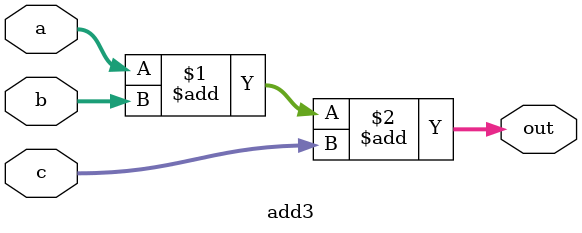
<source format=v>
/*!
* @file add3.v
* @brief Addition 32-bits Module (3 inputs)
* @author LDFranck
* @date February 2023
* @version v1
*
* @details
*  32-bit digital adder module implementation in Verilog.
*  The module returns the sum of the 3 inputs (a, b, c)
*  truncated to 32-bits size.
*/

module add3(out, a, b, c);

	input  [31:0] a, b, c;
	output [31:0] out;

	assign out = a + b + c;

endmodule
</source>
